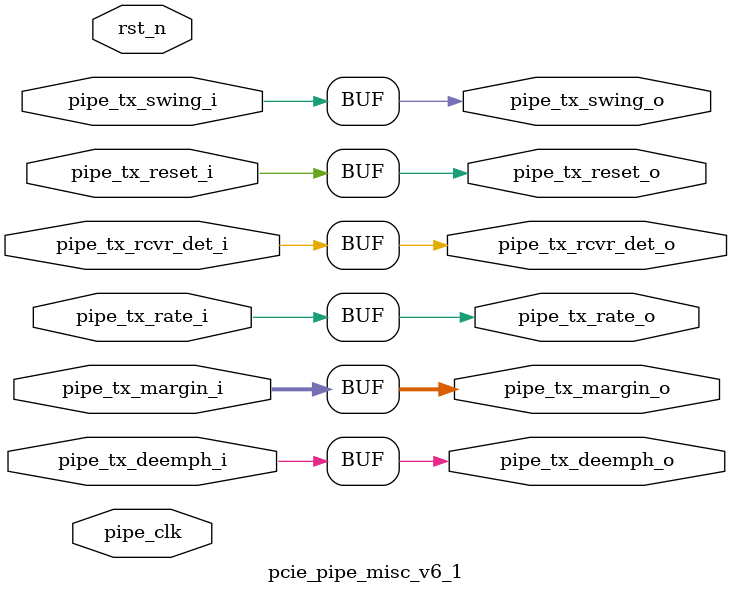
<source format=v>
module pcie_pipe_misc_v6_1 #
(
    parameter        PIPE_PIPELINE_STAGES = 0    
)
(
    input   wire        pipe_tx_rcvr_det_i       ,
    input   wire        pipe_tx_reset_i          ,
    input   wire        pipe_tx_rate_i           ,
    input   wire        pipe_tx_deemph_i         ,
    input   wire [2:0]  pipe_tx_margin_i         ,
    input   wire        pipe_tx_swing_i          ,
    output  wire        pipe_tx_rcvr_det_o       ,
    output  wire        pipe_tx_reset_o          ,
    output  wire        pipe_tx_rate_o           ,
    output  wire        pipe_tx_deemph_o         ,
    output  wire [2:0]  pipe_tx_margin_o         ,
    output  wire        pipe_tx_swing_o          ,
    input   wire        pipe_clk                , 
    input   wire        rst_n 
);
    parameter TCQ  = 1;      
    reg                pipe_tx_rcvr_det_q       ;
    reg                pipe_tx_reset_q          ;
    reg                pipe_tx_rate_q           ;
    reg                pipe_tx_deemph_q         ;
    reg [2:0]          pipe_tx_margin_q         ;
    reg                pipe_tx_swing_q          ;
    reg                pipe_tx_rcvr_det_qq      ;
    reg                pipe_tx_reset_qq         ;
    reg                pipe_tx_rate_qq          ;
    reg                pipe_tx_deemph_qq        ;
    reg [2:0]          pipe_tx_margin_qq        ;
    reg                pipe_tx_swing_qq         ;
    generate
      if (PIPE_PIPELINE_STAGES == 0) begin
        assign pipe_tx_rcvr_det_o = pipe_tx_rcvr_det_i;
        assign pipe_tx_reset_o  = pipe_tx_reset_i;
        assign pipe_tx_rate_o = pipe_tx_rate_i;
        assign pipe_tx_deemph_o = pipe_tx_deemph_i;
        assign pipe_tx_margin_o = pipe_tx_margin_i;
        assign pipe_tx_swing_o = pipe_tx_swing_i;
      end else if (PIPE_PIPELINE_STAGES == 1) begin
        always @(posedge pipe_clk) begin
          if (rst_n) begin
            pipe_tx_rcvr_det_q <= #TCQ 0;
            pipe_tx_reset_q  <= #TCQ 1'b1;
            pipe_tx_rate_q <= #TCQ 0;
            pipe_tx_deemph_q <= #TCQ 1'b1;
            pipe_tx_margin_q <= #TCQ 0;
            pipe_tx_swing_q <= #TCQ 0;
          end else begin
            pipe_tx_rcvr_det_q <= #TCQ pipe_tx_rcvr_det_i;
            pipe_tx_reset_q  <= #TCQ pipe_tx_reset_i;
            pipe_tx_rate_q <= #TCQ pipe_tx_rate_i;
            pipe_tx_deemph_q <= #TCQ pipe_tx_deemph_i;
            pipe_tx_margin_q <= #TCQ pipe_tx_margin_i;
            pipe_tx_swing_q <= #TCQ pipe_tx_swing_i;
          end
        end
        assign pipe_tx_rcvr_det_o = pipe_tx_rcvr_det_q;
        assign pipe_tx_reset_o  = pipe_tx_reset_q;
        assign pipe_tx_rate_o = pipe_tx_rate_q;
        assign pipe_tx_deemph_o = pipe_tx_deemph_q;
        assign pipe_tx_margin_o = pipe_tx_margin_q;
        assign pipe_tx_swing_o = pipe_tx_swing_q;
      end else if (PIPE_PIPELINE_STAGES == 2) begin
        always @(posedge pipe_clk) begin
          if (rst_n) begin
            pipe_tx_rcvr_det_q <= #TCQ 0;
            pipe_tx_reset_q  <= #TCQ 1'b1;
            pipe_tx_rate_q <= #TCQ 0;
            pipe_tx_deemph_q <= #TCQ 1'b1;
            pipe_tx_margin_q <= #TCQ 0;
            pipe_tx_swing_q <= #TCQ 0;
            pipe_tx_rcvr_det_qq <= #TCQ 0;
            pipe_tx_reset_qq  <= #TCQ 1'b1;
            pipe_tx_rate_qq <= #TCQ 0;
            pipe_tx_deemph_qq <= #TCQ 1'b1;
            pipe_tx_margin_qq <= #TCQ 0;
            pipe_tx_swing_qq <= #TCQ 0;
          end else begin
            pipe_tx_rcvr_det_q <= #TCQ pipe_tx_rcvr_det_i;
            pipe_tx_reset_q  <= #TCQ pipe_tx_reset_i;
            pipe_tx_rate_q <= #TCQ pipe_tx_rate_i;
            pipe_tx_deemph_q <= #TCQ pipe_tx_deemph_i;
            pipe_tx_margin_q <= #TCQ pipe_tx_margin_i;
            pipe_tx_swing_q <= #TCQ pipe_tx_swing_i;
            pipe_tx_rcvr_det_qq <= #TCQ pipe_tx_rcvr_det_q;
            pipe_tx_reset_qq  <= #TCQ pipe_tx_reset_q;
            pipe_tx_rate_qq <= #TCQ pipe_tx_rate_q;
            pipe_tx_deemph_qq <= #TCQ pipe_tx_deemph_q;
            pipe_tx_margin_qq <= #TCQ pipe_tx_margin_q;
            pipe_tx_swing_qq <= #TCQ pipe_tx_swing_q;
          end
        end
        assign pipe_tx_rcvr_det_o = pipe_tx_rcvr_det_qq;
        assign pipe_tx_reset_o  = pipe_tx_reset_qq;
        assign pipe_tx_rate_o = pipe_tx_rate_qq;
        assign pipe_tx_deemph_o = pipe_tx_deemph_qq;
        assign pipe_tx_margin_o = pipe_tx_margin_qq;
        assign pipe_tx_swing_o = pipe_tx_swing_qq;
      end
    endgenerate
endmodule
</source>
